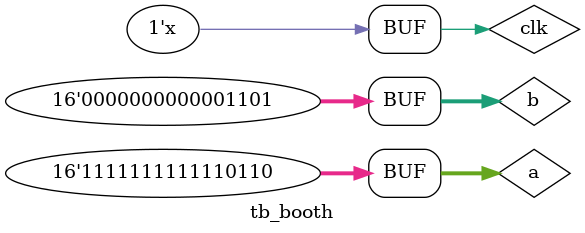
<source format=v>
`timescale 1ns / 1ps


module tb_booth();
reg signed [15:0] a;
reg signed [15:0] b;
reg clk;
wire signed [31:0] out;
booth b1(a,b,clk,out);
initial begin
clk=1;
a=4;
b=3;  
end
always #10 clk=~clk;
initial begin
#20 a=3;b=2;
#20 a=5;b=5;
#20 a=-10;b=13;
end
endmodule


</source>
